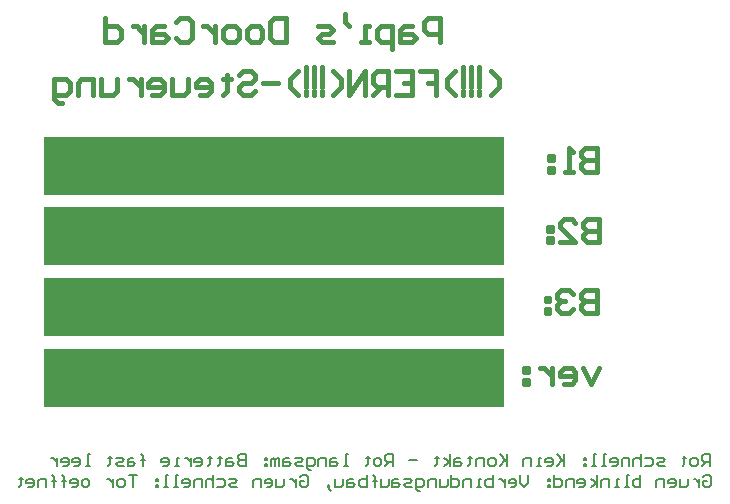
<source format=gbo>
G04*
G04 #@! TF.GenerationSoftware,Altium Limited,Altium Designer,19.0.15 (446)*
G04*
G04 Layer_Color=32896*
%FSLAX25Y25*%
%MOIN*%
G70*
G01*
G75*
%ADD15C,0.00787*%
%ADD53C,0.01575*%
%ADD64R,1.53543X0.19685*%
D15*
X263124Y524D02*
X263780Y1180D01*
X265092D01*
X265748Y524D01*
Y-2100D01*
X265092Y-2756D01*
X263780D01*
X263124Y-2100D01*
Y-788D01*
X264436D01*
X261812Y-132D02*
Y-2756D01*
Y-1444D01*
X261156Y-788D01*
X260500Y-132D01*
X259844D01*
X257876D02*
Y-2100D01*
X257221Y-2756D01*
X255253D01*
Y-132D01*
X251973Y-2756D02*
X253285D01*
X253941Y-2100D01*
Y-788D01*
X253285Y-132D01*
X251973D01*
X251317Y-788D01*
Y-1444D01*
X253941D01*
X250005Y-2756D02*
Y-132D01*
X248037D01*
X247381Y-788D01*
Y-2756D01*
X242134Y1180D02*
Y-2756D01*
X240166D01*
X239510Y-2100D01*
Y-1444D01*
Y-788D01*
X240166Y-132D01*
X242134D01*
X238198Y-2756D02*
X236886D01*
X237542D01*
Y1180D01*
X238198D01*
X234918Y-2756D02*
X233606D01*
X234262D01*
Y-132D01*
X234918D01*
X231638Y-2756D02*
Y-132D01*
X229670D01*
X229014Y-788D01*
Y-2756D01*
X227703D02*
Y1180D01*
Y-1444D02*
X225735Y-132D01*
X227703Y-1444D02*
X225735Y-2756D01*
X221799D02*
X223111D01*
X223767Y-2100D01*
Y-788D01*
X223111Y-132D01*
X221799D01*
X221143Y-788D01*
Y-1444D01*
X223767D01*
X219831Y-2756D02*
Y-132D01*
X217863D01*
X217207Y-788D01*
Y-2756D01*
X213271Y1180D02*
Y-2756D01*
X215239D01*
X215895Y-2100D01*
Y-788D01*
X215239Y-132D01*
X213271D01*
X211960D02*
X211304D01*
Y-788D01*
X211960D01*
Y-132D01*
Y-2100D02*
X211304D01*
Y-2756D01*
X211960D01*
Y-2100D01*
X204744Y1180D02*
Y-1444D01*
X203432Y-2756D01*
X202120Y-1444D01*
Y1180D01*
X198840Y-2756D02*
X200152D01*
X200808Y-2100D01*
Y-788D01*
X200152Y-132D01*
X198840D01*
X198185Y-788D01*
Y-1444D01*
X200808D01*
X196873Y-132D02*
Y-2756D01*
Y-1444D01*
X196217Y-788D01*
X195561Y-132D01*
X194905D01*
X192937Y1180D02*
Y-2756D01*
X190969D01*
X190313Y-2100D01*
Y-1444D01*
Y-788D01*
X190969Y-132D01*
X192937D01*
X189001Y-2756D02*
X187689D01*
X188345D01*
Y-132D01*
X189001D01*
X185721Y-2756D02*
Y-132D01*
X183754D01*
X183098Y-788D01*
Y-2756D01*
X179162Y1180D02*
Y-2756D01*
X181130D01*
X181786Y-2100D01*
Y-788D01*
X181130Y-132D01*
X179162D01*
X177850D02*
Y-2100D01*
X177194Y-2756D01*
X175226D01*
Y-132D01*
X173914Y-2756D02*
Y-132D01*
X171946D01*
X171290Y-788D01*
Y-2756D01*
X168667Y-4068D02*
X168010D01*
X167355Y-3412D01*
Y-132D01*
X169322D01*
X169978Y-788D01*
Y-2100D01*
X169322Y-2756D01*
X167355D01*
X166043D02*
X164075D01*
X163419Y-2100D01*
X164075Y-1444D01*
X165387D01*
X166043Y-788D01*
X165387Y-132D01*
X163419D01*
X161451D02*
X160139D01*
X159483Y-788D01*
Y-2756D01*
X161451D01*
X162107Y-2100D01*
X161451Y-1444D01*
X159483D01*
X158171Y-132D02*
Y-2100D01*
X157515Y-2756D01*
X155547D01*
Y-132D01*
X153579Y-2756D02*
Y524D01*
Y-788D01*
X154235D01*
X152924D01*
X153579D01*
Y524D01*
X152924Y1180D01*
X150956D02*
Y-2756D01*
X148988D01*
X148332Y-2100D01*
Y-1444D01*
Y-788D01*
X148988Y-132D01*
X150956D01*
X146364D02*
X145052D01*
X144396Y-788D01*
Y-2756D01*
X146364D01*
X147020Y-2100D01*
X146364Y-1444D01*
X144396D01*
X143084Y-132D02*
Y-2100D01*
X142428Y-2756D01*
X140460D01*
Y-132D01*
X138493Y-3412D02*
X137837Y-2756D01*
Y-2100D01*
X138493D01*
Y-2756D01*
X137837D01*
X138493Y-3412D01*
X139148Y-4068D01*
X128653Y524D02*
X129309Y1180D01*
X130621D01*
X131277Y524D01*
Y-2100D01*
X130621Y-2756D01*
X129309D01*
X128653Y-2100D01*
Y-788D01*
X129965D01*
X127341Y-132D02*
Y-2756D01*
Y-1444D01*
X126685Y-788D01*
X126029Y-132D01*
X125373D01*
X123405D02*
Y-2100D01*
X122749Y-2756D01*
X120782D01*
Y-132D01*
X117502Y-2756D02*
X118814D01*
X119470Y-2100D01*
Y-788D01*
X118814Y-132D01*
X117502D01*
X116846Y-788D01*
Y-1444D01*
X119470D01*
X115534Y-2756D02*
Y-132D01*
X113566D01*
X112910Y-788D01*
Y-2756D01*
X107662D02*
X105695D01*
X105039Y-2100D01*
X105695Y-1444D01*
X107007D01*
X107662Y-788D01*
X107007Y-132D01*
X105039D01*
X101103D02*
X103071D01*
X103727Y-788D01*
Y-2100D01*
X103071Y-2756D01*
X101103D01*
X99791Y1180D02*
Y-2756D01*
Y-788D01*
X99135Y-132D01*
X97823D01*
X97167Y-788D01*
Y-2756D01*
X95855D02*
Y-132D01*
X93887D01*
X93231Y-788D01*
Y-2756D01*
X89952D02*
X91264D01*
X91919Y-2100D01*
Y-788D01*
X91264Y-132D01*
X89952D01*
X89296Y-788D01*
Y-1444D01*
X91919D01*
X87984Y-2756D02*
X86672D01*
X87328D01*
Y1180D01*
X87984D01*
X84704Y-2756D02*
X83392D01*
X84048D01*
Y1180D01*
X84704D01*
X81424Y-132D02*
X80768D01*
Y-788D01*
X81424D01*
Y-132D01*
Y-2100D02*
X80768D01*
Y-2756D01*
X81424D01*
Y-2100D01*
X74209Y1180D02*
X71585D01*
X72897D01*
Y-2756D01*
X69617D02*
X68305D01*
X67649Y-2100D01*
Y-788D01*
X68305Y-132D01*
X69617D01*
X70273Y-788D01*
Y-2100D01*
X69617Y-2756D01*
X66337Y-132D02*
Y-2756D01*
Y-1444D01*
X65681Y-788D01*
X65025Y-132D01*
X64369D01*
X57810Y-2756D02*
X56498D01*
X55842Y-2100D01*
Y-788D01*
X56498Y-132D01*
X57810D01*
X58466Y-788D01*
Y-2100D01*
X57810Y-2756D01*
X52562D02*
X53874D01*
X54530Y-2100D01*
Y-788D01*
X53874Y-132D01*
X52562D01*
X51906Y-788D01*
Y-1444D01*
X54530D01*
X49938Y-2756D02*
Y524D01*
Y-788D01*
X50594D01*
X49282D01*
X49938D01*
Y524D01*
X49282Y1180D01*
X46659Y-2756D02*
Y524D01*
Y-788D01*
X47315D01*
X46003D01*
X46659D01*
Y524D01*
X46003Y1180D01*
X44035Y-2756D02*
Y-132D01*
X42067D01*
X41411Y-788D01*
Y-2756D01*
X38131D02*
X39443D01*
X40099Y-2100D01*
Y-788D01*
X39443Y-132D01*
X38131D01*
X37475Y-788D01*
Y-1444D01*
X40099D01*
X35507Y524D02*
Y-132D01*
X36163D01*
X34851D01*
X35507D01*
Y-2100D01*
X34851Y-2756D01*
X265354Y4331D02*
Y8266D01*
X263387D01*
X262731Y7610D01*
Y6299D01*
X263387Y5643D01*
X265354D01*
X264042D02*
X262731Y4331D01*
X260763D02*
X259451D01*
X258795Y4987D01*
Y6299D01*
X259451Y6955D01*
X260763D01*
X261419Y6299D01*
Y4987D01*
X260763Y4331D01*
X256827Y7610D02*
Y6955D01*
X257483D01*
X256171D01*
X256827D01*
Y4987D01*
X256171Y4331D01*
X250267D02*
X248300D01*
X247643Y4987D01*
X248300Y5643D01*
X249611D01*
X250267Y6299D01*
X249611Y6955D01*
X247643D01*
X243708D02*
X245676D01*
X246332Y6299D01*
Y4987D01*
X245676Y4331D01*
X243708D01*
X242396Y8266D02*
Y4331D01*
Y6299D01*
X241740Y6955D01*
X240428D01*
X239772Y6299D01*
Y4331D01*
X238460D02*
Y6955D01*
X236492D01*
X235836Y6299D01*
Y4331D01*
X232557D02*
X233868D01*
X234524Y4987D01*
Y6299D01*
X233868Y6955D01*
X232557D01*
X231901Y6299D01*
Y5643D01*
X234524D01*
X230589Y4331D02*
X229277D01*
X229933D01*
Y8266D01*
X230589D01*
X227309Y4331D02*
X225997D01*
X226653D01*
Y8266D01*
X227309D01*
X224029Y6955D02*
X223373D01*
Y6299D01*
X224029D01*
Y6955D01*
Y4987D02*
X223373D01*
Y4331D01*
X224029D01*
Y4987D01*
X216813Y8266D02*
Y4331D01*
Y5643D01*
X214190Y8266D01*
X216158Y6299D01*
X214190Y4331D01*
X210910D02*
X212222D01*
X212878Y4987D01*
Y6299D01*
X212222Y6955D01*
X210910D01*
X210254Y6299D01*
Y5643D01*
X212878D01*
X208942Y4331D02*
X207630D01*
X208286D01*
Y6955D01*
X208942D01*
X205662Y4331D02*
Y6955D01*
X203694D01*
X203039Y6299D01*
Y4331D01*
X197791Y8266D02*
Y4331D01*
Y5643D01*
X195167Y8266D01*
X197135Y6299D01*
X195167Y4331D01*
X193199D02*
X191887D01*
X191231Y4987D01*
Y6299D01*
X191887Y6955D01*
X193199D01*
X193855Y6299D01*
Y4987D01*
X193199Y4331D01*
X189919D02*
Y6955D01*
X187952D01*
X187295Y6299D01*
Y4331D01*
X185328Y7610D02*
Y6955D01*
X185984D01*
X184672D01*
X185328D01*
Y4987D01*
X184672Y4331D01*
X182048Y6955D02*
X180736D01*
X180080Y6299D01*
Y4331D01*
X182048D01*
X182704Y4987D01*
X182048Y5643D01*
X180080D01*
X178768Y4331D02*
Y8266D01*
Y5643D02*
X176800Y6955D01*
X178768Y5643D02*
X176800Y4331D01*
X174176Y7610D02*
Y6955D01*
X174832D01*
X173520D01*
X174176D01*
Y4987D01*
X173520Y4331D01*
X167617Y6299D02*
X164993D01*
X159745Y4331D02*
Y8266D01*
X157778D01*
X157122Y7610D01*
Y6299D01*
X157778Y5643D01*
X159745D01*
X158433D02*
X157122Y4331D01*
X155154D02*
X153842D01*
X153186Y4987D01*
Y6299D01*
X153842Y6955D01*
X155154D01*
X155810Y6299D01*
Y4987D01*
X155154Y4331D01*
X151218Y7610D02*
Y6955D01*
X151874D01*
X150562D01*
X151218D01*
Y4987D01*
X150562Y4331D01*
X144658D02*
X143346D01*
X144002D01*
Y8266D01*
X144658D01*
X140723Y6955D02*
X139411D01*
X138755Y6299D01*
Y4331D01*
X140723D01*
X141378Y4987D01*
X140723Y5643D01*
X138755D01*
X137443Y4331D02*
Y6955D01*
X135475D01*
X134819Y6299D01*
Y4331D01*
X132195Y3019D02*
X131539D01*
X130883Y3675D01*
Y6955D01*
X132851D01*
X133507Y6299D01*
Y4987D01*
X132851Y4331D01*
X130883D01*
X129571D02*
X127603D01*
X126947Y4987D01*
X127603Y5643D01*
X128915D01*
X129571Y6299D01*
X128915Y6955D01*
X126947D01*
X124980D02*
X123668D01*
X123012Y6299D01*
Y4331D01*
X124980D01*
X125636Y4987D01*
X124980Y5643D01*
X123012D01*
X121700Y4331D02*
Y6955D01*
X121044D01*
X120388Y6299D01*
Y4331D01*
Y6299D01*
X119732Y6955D01*
X119076Y6299D01*
Y4331D01*
X117764Y6955D02*
X117108D01*
Y6299D01*
X117764D01*
Y6955D01*
Y4987D02*
X117108D01*
Y4331D01*
X117764D01*
Y4987D01*
X110549Y8266D02*
Y4331D01*
X108581D01*
X107925Y4987D01*
Y5643D01*
X108581Y6299D01*
X110549D01*
X108581D01*
X107925Y6955D01*
Y7610D01*
X108581Y8266D01*
X110549D01*
X105957Y6955D02*
X104645D01*
X103989Y6299D01*
Y4331D01*
X105957D01*
X106613Y4987D01*
X105957Y5643D01*
X103989D01*
X102021Y7610D02*
Y6955D01*
X102677D01*
X101365D01*
X102021D01*
Y4987D01*
X101365Y4331D01*
X98741Y7610D02*
Y6955D01*
X99397D01*
X98085D01*
X98741D01*
Y4987D01*
X98085Y4331D01*
X94150D02*
X95462D01*
X96118Y4987D01*
Y6299D01*
X95462Y6955D01*
X94150D01*
X93494Y6299D01*
Y5643D01*
X96118D01*
X92182Y6955D02*
Y4331D01*
Y5643D01*
X91526Y6299D01*
X90870Y6955D01*
X90214D01*
X88246Y4331D02*
X86934D01*
X87590D01*
Y6955D01*
X88246D01*
X82998Y4331D02*
X84310D01*
X84966Y4987D01*
Y6299D01*
X84310Y6955D01*
X82998D01*
X82342Y6299D01*
Y5643D01*
X84966D01*
X76439Y4331D02*
Y7610D01*
Y6299D01*
X77095D01*
X75783D01*
X76439D01*
Y7610D01*
X75783Y8266D01*
X73159Y6955D02*
X71847D01*
X71191Y6299D01*
Y4331D01*
X73159D01*
X73815Y4987D01*
X73159Y5643D01*
X71191D01*
X69879Y4331D02*
X67911D01*
X67256Y4987D01*
X67911Y5643D01*
X69223D01*
X69879Y6299D01*
X69223Y6955D01*
X67256D01*
X65288Y7610D02*
Y6955D01*
X65944D01*
X64632D01*
X65288D01*
Y4987D01*
X64632Y4331D01*
X58728D02*
X57416D01*
X58072D01*
Y8266D01*
X58728D01*
X53480Y4331D02*
X54792D01*
X55448Y4987D01*
Y6299D01*
X54792Y6955D01*
X53480D01*
X52824Y6299D01*
Y5643D01*
X55448D01*
X49545Y4331D02*
X50857D01*
X51512Y4987D01*
Y6299D01*
X50857Y6955D01*
X49545D01*
X48889Y6299D01*
Y5643D01*
X51512D01*
X47577Y6955D02*
Y4331D01*
Y5643D01*
X46921Y6299D01*
X46265Y6955D01*
X45609D01*
D53*
X227559Y62990D02*
Y55118D01*
X223623D01*
X222311Y56430D01*
Y57742D01*
X223623Y59054D01*
X227559D01*
X223623D01*
X222311Y60366D01*
Y61678D01*
X223623Y62990D01*
X227559D01*
X219688Y61678D02*
X218376Y62990D01*
X215752D01*
X214440Y61678D01*
Y60366D01*
X215752Y59054D01*
X217064D01*
X215752D01*
X214440Y57742D01*
Y56430D01*
X215752Y55118D01*
X218376D01*
X219688Y56430D01*
X211816Y60366D02*
X210504D01*
Y59054D01*
X211816D01*
Y60366D01*
Y56430D02*
X210504D01*
Y55118D01*
X211816D01*
Y56430D01*
X228346Y86612D02*
Y78740D01*
X224411D01*
X223099Y80052D01*
Y81364D01*
X224411Y82676D01*
X228346D01*
X224411D01*
X223099Y83988D01*
Y85300D01*
X224411Y86612D01*
X228346D01*
X215227Y78740D02*
X220475D01*
X215227Y83988D01*
Y85300D01*
X216539Y86612D01*
X219163D01*
X220475Y85300D01*
X212603Y83988D02*
X211292D01*
Y82676D01*
X212603D01*
Y83988D01*
Y80052D02*
X211292D01*
Y78740D01*
X212603D01*
Y80052D01*
X227559Y110234D02*
Y102362D01*
X223623D01*
X222311Y103674D01*
Y104986D01*
X223623Y106298D01*
X227559D01*
X223623D01*
X222311Y107610D01*
Y108922D01*
X223623Y110234D01*
X227559D01*
X219688Y102362D02*
X217064D01*
X218376D01*
Y110234D01*
X219688Y108922D01*
X213128Y107610D02*
X211816D01*
Y106298D01*
X213128D01*
Y107610D01*
Y103674D02*
X211816D01*
Y102362D01*
X213128D01*
Y103674D01*
X228346Y36744D02*
X225723Y31496D01*
X223099Y36744D01*
X216539Y31496D02*
X219163D01*
X220475Y32808D01*
Y35432D01*
X219163Y36744D01*
X216539D01*
X215227Y35432D01*
Y34120D01*
X220475D01*
X212603Y36744D02*
Y31496D01*
Y34120D01*
X211292Y35432D01*
X209980Y36744D01*
X208668D01*
X204732D02*
X203420D01*
Y35432D01*
X204732D01*
Y36744D01*
Y32808D02*
X203420D01*
Y31496D01*
X204732D01*
Y32808D01*
X192258Y127953D02*
X194882Y130577D01*
Y133200D01*
X192258Y135824D01*
X188322Y130577D02*
Y137136D01*
Y129265D02*
Y127953D01*
X185698Y130577D02*
Y137136D01*
Y129265D02*
Y127953D01*
X183075Y130577D02*
Y137136D01*
Y129265D02*
Y127953D01*
X180451D02*
X177827Y130577D01*
Y133200D01*
X180451Y135824D01*
X168644D02*
X173891D01*
Y131888D01*
X171267D01*
X173891D01*
Y127953D01*
X160772Y135824D02*
X166020D01*
Y127953D01*
X160772D01*
X166020Y131888D02*
X163396D01*
X158148Y127953D02*
Y135824D01*
X154213D01*
X152901Y134512D01*
Y131888D01*
X154213Y130577D01*
X158148D01*
X155525D02*
X152901Y127953D01*
X150277D02*
Y135824D01*
X145029Y127953D01*
Y135824D01*
X139782Y127953D02*
X142405Y130577D01*
Y133200D01*
X139782Y135824D01*
X135846Y130577D02*
Y137136D01*
Y129265D02*
Y127953D01*
X133222Y130577D02*
Y137136D01*
Y129265D02*
Y127953D01*
X130598Y130577D02*
Y137136D01*
Y129265D02*
Y127953D01*
X127974D02*
X125350Y130577D01*
Y133200D01*
X127974Y135824D01*
X121415Y131888D02*
X116167D01*
X108296Y134512D02*
X109608Y135824D01*
X112231D01*
X113543Y134512D01*
Y133200D01*
X112231Y131888D01*
X109608D01*
X108296Y130577D01*
Y129265D01*
X109608Y127953D01*
X112231D01*
X113543Y129265D01*
X104360Y134512D02*
Y133200D01*
X105672D01*
X103048D01*
X104360D01*
Y129265D01*
X103048Y127953D01*
X95177D02*
X97800D01*
X99112Y129265D01*
Y131888D01*
X97800Y133200D01*
X95177D01*
X93865Y131888D01*
Y130577D01*
X99112D01*
X91241Y133200D02*
Y129265D01*
X89929Y127953D01*
X85993D01*
Y133200D01*
X79434Y127953D02*
X82057D01*
X83369Y129265D01*
Y131888D01*
X82057Y133200D01*
X79434D01*
X78122Y131888D01*
Y130577D01*
X83369D01*
X75498Y133200D02*
Y127953D01*
Y130577D01*
X74186Y131888D01*
X72874Y133200D01*
X71562D01*
X67626D02*
Y129265D01*
X66315Y127953D01*
X62379D01*
Y133200D01*
X59755Y127953D02*
Y133200D01*
X55819D01*
X54507Y131888D01*
Y127953D01*
X49260Y125329D02*
X47948D01*
X46636Y126641D01*
Y133200D01*
X50572D01*
X51883Y131888D01*
Y129265D01*
X50572Y127953D01*
X46636D01*
X175197Y145669D02*
Y153541D01*
X171261D01*
X169949Y152229D01*
Y149605D01*
X171261Y148293D01*
X175197D01*
X166014Y150917D02*
X163390D01*
X162078Y149605D01*
Y145669D01*
X166014D01*
X167325Y146981D01*
X166014Y148293D01*
X162078D01*
X159454Y143045D02*
Y150917D01*
X155518D01*
X154206Y149605D01*
Y146981D01*
X155518Y145669D01*
X159454D01*
X151582D02*
X148959D01*
X150270D01*
Y150917D01*
X151582D01*
X143711Y154853D02*
Y152229D01*
X145023Y150917D01*
X139775Y145669D02*
X135839D01*
X134528Y146981D01*
X135839Y148293D01*
X138463D01*
X139775Y149605D01*
X138463Y150917D01*
X134528D01*
X124032Y153541D02*
Y145669D01*
X120097D01*
X118785Y146981D01*
Y152229D01*
X120097Y153541D01*
X124032D01*
X114849Y145669D02*
X112225D01*
X110913Y146981D01*
Y149605D01*
X112225Y150917D01*
X114849D01*
X116161Y149605D01*
Y146981D01*
X114849Y145669D01*
X106977D02*
X104353D01*
X103042Y146981D01*
Y149605D01*
X104353Y150917D01*
X106977D01*
X108289Y149605D01*
Y146981D01*
X106977Y145669D01*
X100418Y150917D02*
Y145669D01*
Y148293D01*
X99106Y149605D01*
X97794Y150917D01*
X96482D01*
X87299Y152229D02*
X88611Y153541D01*
X91234D01*
X92546Y152229D01*
Y146981D01*
X91234Y145669D01*
X88611D01*
X87299Y146981D01*
X83363Y150917D02*
X80739D01*
X79427Y149605D01*
Y145669D01*
X83363D01*
X84675Y146981D01*
X83363Y148293D01*
X79427D01*
X76803Y150917D02*
Y145669D01*
Y148293D01*
X75491Y149605D01*
X74180Y150917D01*
X72868D01*
X63684Y153541D02*
Y145669D01*
X67620D01*
X68932Y146981D01*
Y149605D01*
X67620Y150917D01*
X63684D01*
D64*
X120079Y33465D02*
D03*
Y57087D02*
D03*
Y80709D02*
D03*
Y104331D02*
D03*
M02*

</source>
